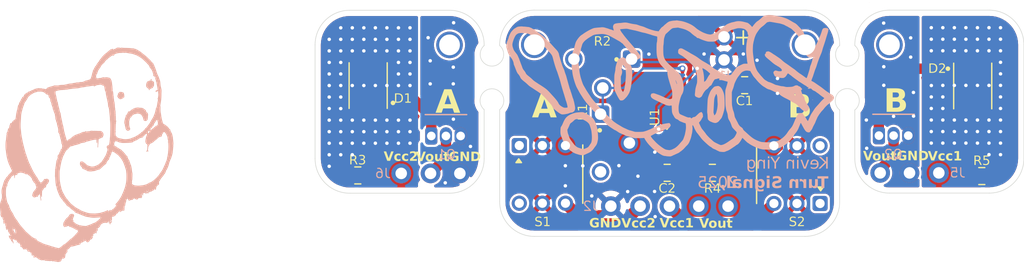
<source format=kicad_pcb>
(kicad_pcb (version 20241229) (generator "pcbnew") (generator_version "9.0")
  (layers (0 "F.Cu" signal) (2 "B.Cu" signal) (13 "F.Paste" user) (15 "B.Paste" user) (5 "F.SilkS" user "F.Silkscreen") (7 "B.SilkS" user "B.Silkscreen") (1 "F.Mask" user) (3 "B.Mask" user) (25 "Edge.Cuts" user))
  (net 0 "")
  (net 1 "Net-(U1-CV)")
  (net 2 "GND")
  (net 3 "/VT")
  (net 4 "Vin")
  (net 5 "Net-(D1-A)")
  (net 6 "+9V")
  (net 7 "Net-(U1-DIS)")
  (net 8 "/Vout")
  (net 9 "Net-(D1-K)")
  (net 10 "Net-(U1-Q)")
  (net 13 "/Vcc2")
  (net 14 "/Vcc1")
  (net 19 "Net-(D2-K)")
  (net 20 "Net-(D2-A)")
  (footprint "PV37W:TRIM_PV37W103C01B00" (layer "F.Cu") (at 126.31 104.439999 -90)
    (property "Reference" "R1" (at -2.669999 2.73 90) (layer "F.SilkS") (effects (font (size 0.8 0.8) (thickness 0.1))))
    (property "Value" "50k")
    (pad "1" thru_hole roundrect (at -2.5 1.23 270) (size 1.508 1.508) (drill 1) (layers "*.Cu" "*.Mask") (roundrect_rratio 0.1657824934) (net 7 "Net-(U1-DIS)"))
    (pad "2" thru_hole circle (at 0 -1.27 270) (size 1.508 1.508) (drill 1) (layers "*.Cu" "*.Mask") (net 4 "Vin"))
    (pad "3" thru_hole circle (at 2.5 1.23 270) (size 1.508 1.508) (drill 1) (layers "*.Cu" "*.Mask"))
  )
  (footprint "" (layer "F.Cu") (at 119.34 95.93)
    (property "Reference" "" (at 0.3 0.4 0) (layer "F.SilkS") (effects (font (size 1.27 1.27))))
    (property "Value" "")
    (pad "" np_thru_hole circle (at 0 0 270) (size 2.3 2.3) (drill 1.8) (layers "*.Cu" "*.Mask"))
  )
  (footprint "Capacitor_SMD:C_0805_2012Metric_Pad1.18x1.45mm_HandSolder" (layer "F.Cu") (at 134.7675 107.024999)
    (property "Reference" "R4" (at 0.0125 1.395001 0) (layer "F.SilkS") (effects (font (size 0.8 0.8) (thickness 0.1))))
    (property "Value" "1k")
    (pad "1" smd roundrect (at -1.0375 0) (size 1.175 1.45) (layers "F.Cu" "F.Mask" "F.Paste") (roundrect_rratio 0.212766) (net 10 "Net-(U1-Q)"))
    (pad "2" smd roundrect (at 1.0375 0) (size 1.175 1.45) (layers "F.Cu" "F.Mask" "F.Paste") (roundrect_rratio 0.212766) (net 8 "/Vout"))
  )
  (footprint "TL2230EEF100:SW_TL2230EEF100" (layer "F.Cu") (at 120.04 107.16)
    (property "Reference" "S1" (at 0.02 4.15 0) (layer "F.SilkS") (effects (font (size 0.8 0.8) (thickness 0.1))))
    (property "Value" "TL2230EEF100")
    (pad "1" thru_hole roundrect (at -2 -2.5) (size 1.308 1.308) (drill 0.8) (layers "*.Cu" "*.Mask") (roundrect_rratio 0.1911314985))
    (pad "2" thru_hole circle (at 0 -2.5) (size 1.308 1.308) (drill 0.8) (layers "*.Cu" "*.Mask") (net 6 "+9V"))
    (pad "3" thru_hole circle (at 2 -2.5) (size 1.308 1.308) (drill 0.8) (layers "*.Cu" "*.Mask") (net 4 "Vin"))
    (pad "4" thru_hole circle (at -2 2.5) (size 1.308 1.308) (drill 0.8) (layers "*.Cu" "*.Mask"))
    (pad "5" thru_hole circle (at 0 2.5) (size 1.308 1.308) (drill 0.8) (layers "*.Cu" "*.Mask") (net 6 "+9V"))
    (pad "6" thru_hole circle (at 2 2.5) (size 1.308 1.308) (drill 0.8) (layers "*.Cu" "*.Mask") (net 13 "/Vcc2"))
  )
  (footprint "Capacitor_SMD:C_0805_2012Metric_Pad1.18x1.45mm_HandSolder" (layer "F.Cu") (at 137.5675 99.43)
    (property "Reference" "C1" (at -0.0175 1.4 0) (layer "F.SilkS") (effects (font (size 0.8 0.8) (thickness 0.1))))
    (property "Value" "0.01uF")
    (pad "1" smd roundrect (at -1.0375 0) (size 1.175 1.45) (layers "F.Cu" "F.Mask" "F.Paste") (roundrect_rratio 0.212766) (net 1 "Net-(U1-CV)"))
    (pad "2" smd roundrect (at 1.0375 0) (size 1.175 1.45) (layers "F.Cu" "F.Mask" "F.Paste") (roundrect_rratio 0.212766) (net 2 "GND"))
  )
  (footprint "" (layer "F.Cu") (at 142.8 95.93)
    (property "Reference" "" (hide yes))
    (property "Value" "" (hide yes))
    (pad "" np_thru_hole circle (at 0 0 270) (size 2.3 2.3) (drill 1.8) (layers "*.Cu" "*.Mask"))
  )
  (footprint "Capacitor_SMD:C_0805_2012Metric_Pad1.18x1.45mm_HandSolder" (layer "F.Cu") (at 104.047499 107.25 180)
    (property "Reference" "R3" (at 0.017499 1.29 0) (layer "F.SilkS") (effects (font (size 0.8 0.8) (thickness 0.1))))
    (property "Value" "120")
    (pad "1" smd roundrect (at -1.0375 0 180) (size 1.175 1.45) (layers "F.Cu" "F.Mask" "F.Paste") (roundrect_rratio 0.212766) (net 13 "/Vcc2"))
    (pad "2" smd roundrect (at 1.0375 0 180) (size 1.175 1.45) (layers "F.Cu" "F.Mask" "F.Paste") (roundrect_rratio 0.212766) (net 5 "Net-(D1-A)"))
  )
  (footprint "TL2230EEF100:SW_TL2230EEF100" (layer "F.Cu") (at 142.1 107.18 180)
    (property "Reference" "S2" (at 0 -4.13 0) (layer "F.SilkS") (effects (font (size 0.8 0.8) (thickness 0.1))))
    (property "Value" "TL2230EEF100")
    (pad "1" thru_hole roundrect (at -2 -2.5 180) (size 1.308 1.308) (drill 0.8) (layers "*.Cu" "*.Mask") (roundrect_rratio 0.1911314985))
    (pad "2" thru_hole circle (at 0 -2.5 180) (size 1.308 1.308) (drill 0.8) (layers "*.Cu" "*.Mask") (net 6 "+9V"))
    (pad "3" thru_hole circle (at 2 -2.5 180) (size 1.308 1.308) (drill 0.8) (layers "*.Cu" "*.Mask") (net 14 "/Vcc1"))
    (pad "4" thru_hole circle (at -2 2.5 180) (size 1.308 1.308) (drill 0.8) (layers "*.Cu" "*.Mask"))
    (pad "5" thru_hole circle (at 0 2.5 180) (size 1.308 1.308) (drill 0.8) (layers "*.Cu" "*.Mask") (net 6 "+9V"))
    (pad "6" thru_hole circle (at 2 2.5 180) (size 1.308 1.308) (drill 0.8) (layers "*.Cu" "*.Mask") (net 4 "Vin"))
  )
  (footprint "PV37W:TRIM_PV37W103C01B00" (layer "F.Cu") (at 125.27 98.4 180)
    (property "Reference" "R2" (at 0.03 2.73 0) (layer "F.SilkS") (effects (font (size 0.8 0.8) (thickness 0.1))))
    (property "Value" "50k")
    (pad "1" thru_hole roundrect (at -2.5 1.23 180) (size 1.508 1.508) (drill 1) (layers "*.Cu" "*.Mask") (roundrect_rratio 0.1657824934) (net 3 "/VT"))
    (pad "2" thru_hole circle (at 0 -1.27 180) (size 1.508 1.508) (drill 1) (layers "*.Cu" "*.Mask") (net 7 "Net-(U1-DIS)"))
    (pad "3" thru_hole circle (at 2.5 1.23 180) (size 1.508 1.508) (drill 1) (layers "*.Cu" "*.Mask"))
  )
  (footprint "" (layer "F.Cu") (at 150.11 95.93)
    (property "Reference" "" (at 0 0 0) (layer "F.SilkS") (effects (font (size 1.27 1.27))))
    (property "Value" "")
    (pad "" np_thru_hole circle (at 0 0 270) (size 2.3 2.3) (drill 1.8) (layers "*.Cu" "*.Mask"))
  )
  (footprint "LOGO" (layer "F.Cu") (at 80.842851 107.545966)
    (property "Reference" "G***" (hide yes))
    (property "Value" "LOGO" (hide yes))
  )
  (footprint "Capacitor_SMD:C_0805_2012Metric_Pad1.18x1.45mm_HandSolder" (layer "F.Cu") (at 158.1125 107.305)
    (property "Reference" "R5" (at -0.0025 -1.295 0) (layer "F.SilkS") (effects (font (size 0.8 0.8) (thickness 0.1))))
    (property "Value" "120")
    (pad "1" smd roundrect (at -1.0375 0) (size 1.175 1.45) (layers "F.Cu" "F.Mask" "F.Paste") (roundrect_rratio 0.212766) (net 14 "/Vcc1"))
    (pad "2" smd roundrect (at 1.0375 0) (size 1.175 1.45) (layers "F.Cu" "F.Mask" "F.Paste") (roundrect_rratio 0.212766) (net 20 "Net-(D2-A)"))
  )
  (footprint "custom_footprints:4-PLCC LED" (layer "F.Cu") (at 104.995 99.465 90)
    (property "Reference" "D1" (at -1.155 2.955 0) (layer "F.SilkS") (effects (font (size 0.8 0.8) (thickness 0.1))))
    (property "Value" "LED")
    (pad "1" smd rect (at -1.5 0.85 90) (size 1.7 1.1) (layers "F.Cu" "F.Mask" "F.Paste") (net 9 "Net-(D1-K)"))
    (pad "2" smd rect (at -1.5 -0.95 90) (size 1.7 1.1) (layers "F.Cu" "F.Mask" "F.Paste") (net 5 "Net-(D1-A)"))
    (pad "2" smd rect (at 1.5 -0.95 90) (size 1.7 1.1) (layers "F.Cu" "F.Mask" "F.Paste") (net 5 "Net-(D1-A)"))
    (pad "2" smd rect (at 1.5 0.85 90) (size 1.7 1.1) (layers "F.Cu" "F.Mask" "F.Paste") (net 5 "Net-(D1-A)"))
  )
  (footprint "Connector_PinHeader_2.54mm:PinHeader_1x03_P2.54mm_Vertical" (layer "F.Cu") (at 154.39 107.03 -90)
    (property "Reference" "J5" (at -0.01 -1.63 0) (layer "B.SilkS") (effects (font (size 0.8 0.8) (thickness 0.1)) (justify mirror)))
    (property "Value" "Conn_01x03_Pin")
    (pad "1" thru_hole circle (at 0 0 270) (size 1.7 1.7) (drill 1) (layers "*.Cu" "*.Mask") (net 14 "/Vcc1"))
    (pad "2" thru_hole oval (at 0 2.54 270) (size 1.7 1.7) (drill 1) (layers "*.Cu" "*.Mask") (net 2 "GND"))
    (pad "3" thru_hole oval (at 0 5.08 270) (size 1.7 1.7) (drill 1) (layers "*.Cu" "*.Mask") (net 8 "/Vout"))
  )
  (footprint "" (layer "F.Cu") (at 111.995 95.94)
    (property "Reference" "" (at 0 0 0) (layer "F.SilkS") (effects (font (size 1.27 1.27))))
    (property "Value" "")
    (pad "" np_thru_hole circle (at 0 0 270) (size 2.3 2.3) (drill 1.8) (layers "*.Cu" "*.Mask"))
  )
  (footprint "Panelization.pretty-master:mouse-bite-2mm-slot" (layer "F.Cu") (at 146.46 98.77 -90)
    (property "Reference" "mouse-bite-2mm-slot" (hide yes))
    (property "Value" "VAL**" (hide yes))
    (pad "" np_thru_hole circle (at -0.75 -0.75 270) (size 0.5 0.5) (drill 0.5) (layers "*.Cu" "*.Mask"))
    (pad "" np_thru_hole circle (at -0.75 0.75 270) (size 0.5 0.5) (drill 0.5) (layers "*.Cu" "*.Mask"))
    (pad "" np_thru_hole circle (at 0 -0.75 270) (size 0.5 0.5) (drill 0.5) (layers "*.Cu" "*.Mask"))
    (pad "" np_thru_hole circle (at 0 0.75 270) (size 0.5 0.5) (drill 0.5) (layers "*.Cu" "*.Mask"))
    (pad "" np_thru_hole circle (at 0.75 -0.75 270) (size 0.5 0.5) (drill 0.5) (layers "*.Cu" "*.Mask"))
    (pad "" np_thru_hole circle (at 0.75 0.75 270) (size 0.5 0.5) (drill 0.5) (layers "*.Cu" "*.Mask"))
  )
  (footprint "Capacitor_SMD:C_0805_2012Metric_Pad1.18x1.45mm_HandSolder" (layer "F.Cu") (at 130.8525 107.024999 180)
    (property "Reference" "C2" (at 0.0025 -1.385001 0) (layer "F.SilkS") (effects (font (size 0.8 0.8) (thickness 0.1))))
    (property "Value" "47uF")
    (pad "1" smd roundrect (at -1.0375 0 180) (size 1.175 1.45) (layers "F.Cu" "F.Mask" "F.Paste") (roundrect_rratio 0.212766) (net 3 "/VT"))
    (pad "2" smd roundrect (at 1.0375 0 180) (size 1.175 1.45) (layers "F.Cu" "F.Mask" "F.Paste") (roundrect_rratio 0.212766) (net 2 "GND"))
  )
  (footprint "Connector_PinHeader_2.54mm:PinHeader_1x05_P2.54mm_Vertical" (layer "F.Cu") (at 136.13 109.91 -90)
    (property "Reference" "J2" (at 0 11.89 0) (layer "B.SilkS") (effects (font (size 0.8 0.8) (thickness 0.1)) (justify mirror)))
    (property "Value" "Conn_01x05_Pin")
    (pad "1" thru_hole circle (at 0 0 270) (size 1.7 1.7) (drill 1) (layers "*.Cu" "*.Mask") (net 8 "/Vout"))
    (pad "2" thru_hole circle (at 0 2.54 270) (size 1.7 1.7) (drill 1) (layers "*.Cu" "*.Mask") (net 8 "/Vout"))
    (pad "3" thru_hole circle (at 0 5.08 270) (size 1.7 1.7) (drill 1) (layers "*.Cu" "*.Mask") (net 14 "/Vcc1"))
    (pad "4" thru_hole circle (at 0 7.62 270) (size 1.7 1.7) (drill 1) (layers "*.Cu" "*.Mask") (net 13 "/Vcc2"))
    (pad "5" thru_hole circle (at 0 10.16 270) (size 1.7 1.7) (drill 1) (layers "*.Cu" "*.Mask") (net 2 "GND"))
  )
  (footprint "Package_SO:SOIC-8_3.9x4.9mm_P1.27mm" (layer "F.Cu") (at 132.82 102.174999 90)
    (property "Reference" "U1" (at -0.015001 -3 90) (layer "F.SilkS") (effects (font (size 0.8 0.8) (thickness 0.1))))
    (property "Value" "LM555xM")
    (pad "1" smd roundrect (at -2.475 -1.905 90) (size 1.95 0.6) (layers "F.Cu" "F.Mask" "F.Paste") (net 2 "GND"))
    (pad "2" smd roundrect (at -2.475 -0.635 90) (size 1.95 0.6) (layers "F.Cu" "F.Mask" "F.Paste") (net 3 "/VT"))
    (pad "3" smd roundrect (at -2.475 0.635 90) (size 1.95 0.6) (layers "F.Cu" "F.Mask" "F.Paste") (net 10 "Net-(U1-Q)"))
    (pad "4" smd roundrect (at -2.475 1.905 90) (size 1.95 0.6) (layers "F.Cu" "F.Mask" "F.Paste") (net 4 "Vin"))
    (pad "5" smd roundrect (at 2.475 1.905 90) (size 1.95 0.6) (layers "F.Cu" "F.Mask" "F.Paste") (net 1 "Net-(U1-CV)"))
    (pad "6" smd roundrect (at 2.475 0.635 90) (size 1.95 0.6) (layers "F.Cu" "F.Mask" "F.Paste") (net 3 "/VT"))
    (pad "7" smd roundrect (at 2.475 -0.635 90) (size 1.95 0.6) (layers "F.Cu" "F.Mask" "F.Paste") (net 7 "Net-(U1-DIS)"))
    (pad "8" smd roundrect (at 2.475 -1.905 90) (size 1.95 0.6) (layers "F.Cu" "F.Mask" "F.Paste") (net 4 "Vin"))
  )
  (footprint "custom_footprints:4-PLCC LED" (layer "F.Cu") (at 157.274999 99.5 -90)
    (property "Reference" "D2" (at -1.47 3.024999 0) (layer "F.SilkS") (effects (font (size 0.8 0.8) (thickness 0.1))))
    (property "Value" "LED")
    (pad "1" smd rect (at -1.5 0.85 270) (size 1.7 1.1) (layers "F.Cu" "F.Mask" "F.Paste") (net 19 "Net-(D2-K)"))
    (pad "2" smd rect (at -1.5 -0.95 270) (size 1.7 1.1) (layers "F.Cu" "F.Mask" "F.Paste") (net 20 "Net-(D2-A)"))
    (pad "2" smd rect (at 1.5 -0.95 270) (size 1.7 1.1) (layers "F.Cu" "F.Mask" "F.Paste") (net 20 "Net-(D2-A)"))
    (pad "2" smd rect (at 1.5 0.85 270) (size 1.7 1.1) (layers "F.Cu" "F.Mask" "F.Paste") (net 20 "Net-(D2-A)"))
  )
  (footprint "Connector_PinHeader_2.54mm:PinHeader_1x03_P2.54mm_Vertical" (layer "F.Cu") (at 107.809999 107.075 90)
    (property "Reference" "J6" (at 0.005 -1.579999 0) (layer "B.SilkS") (effects (font (size 0.8 0.8) (thickness 0.1)) (justify mirror)))
    (property "Value" "Conn_01x03_Pin")
    (pad "1" thru_hole circle (at 0 0 90) (size 1.7 1.7) (drill 1) (layers "*.Cu" "*.Mask") (net 13 "/Vcc2"))
    (pad "2" thru_hole oval (at 0 2.54 90) (size 1.7 1.7) (drill 1) (layers "*.Cu" "*.Mask") (net 8 "/Vout"))
    (pad "3" thru_hole oval (at 0 5.08 90) (size 1.7 1.7) (drill 1) (layers "*.Cu" "*.Mask") (net 2 "GND"))
  )
  (footprint "Panelization.pretty-master:mouse-bite-2mm-slot" (layer "F.Cu") (at 115.67 98.77 -90)
    (property "Reference" "mouse-bite-2mm-slot" (hide yes))
    (property "Value" "VAL**" (hide yes))
    (pad "" np_thru_hole circle (at -0.75 -0.75 270) (size 0.5 0.5) (drill 0.5) (layers "*.Cu" "*.Mask"))
    (pad "" np_thru_hole circle (at -0.75 0.75 270) (size 0.5 0.5) (drill 0.5) (layers "*.Cu" "*.Mask"))
    (pad "" np_thru_hole circle (at 0 -0.75 270) (size 0.5 0.5) (drill 0.5) (layers "*.Cu" "*.Mask"))
    (pad "" np_thru_hole circle (at 0 0.75 270) (size 0.5 0.5) (drill 0.5) (layers "*.Cu" "*.Mask"))
    (pad "" np_thru_hole circle (at 0.75 -0.75 270) (size 0.5 0.5) (drill 0.5) (layers "*.Cu" "*.Mask"))
    (pad "" np_thru_hole circle (at 0.75 0.75 270) (size 0.5 0.5) (drill 0.5) (layers "*.Cu" "*.Mask"))
  )
  (footprint "Package_TO_SOT_THT:TO-92_Inline" (layer "B.Cu") (at 110.415 103.83)
    (property "Reference" "Q1" (at 1.32 1.61 0) (layer "B.SilkS") (effects (font (size 0.8 0.8) (thickness 0.1)) (justify mirror)))
    (property "Value" "FMMT491A")
    (pad "1" thru_hole roundrect (at 0 0) (size 1.05 1.5) (drill 0.75) (layers "*.Cu" "*.Mask") (roundrect_rratio 0.2380952381) (net 9 "Net-(D1-K)"))
    (pad "2" thru_hole oval (at 1.27 0) (size 1.05 1.5) (drill 0.75) (layers "*.Cu" "*.Mask") (net 8 "/Vout"))
    (pad "3" thru_hole oval (at 2.54 0) (size 1.05 1.5) (drill 0.75) (layers "*.Cu" "*.Mask") (net 2 "GND"))
  )
  (footprint "LOGO" (layer "B.Cu") (at 133.156665 101.583967 180)
    (property "Reference" "G***" (hide yes))
    (property "Value" "LOGO" (hide yes))
  )
  (footprint "Package_TO_SOT_THT:TO-92_Inline" (layer "B.Cu") (at 149.2 103.8)
    (property "Reference" "Q2" (at 1.245 1.625 0) (layer "B.SilkS") (effects (font (size 0.8 0.8) (thickness 0.1)) (justify mirror)))
    (property "Value" "FMMT491A")
    (pad "1" thru_hole roundrect (at 0 0) (size 1.05 1.5) (drill 0.75) (layers "*.Cu" "*.Mask") (roundrect_rratio 0.2380952381) (net 19 "Net-(D2-K)"))
    (pad "2" thru_hole oval (at 1.27 0) (size 1.05 1.5) (drill 0.75) (layers "*.Cu" "*.Mask") (net 8 "/Vout"))
    (pad "3" thru_hole oval (at 2.54 0) (size 1.05 1.5) (drill 0.75) (layers "*.Cu" "*.Mask") (net 2 "GND"))
  )
  (footprint "custom_footprints:PinHeader_1x2_P2mm_Drill1mm" (layer "B.Cu") (at 135.78 97.24 90)
    (property "Reference" "J1" (at -1.42 0 0) (layer "B.SilkS") (effects (font (size 0.8 0.8) (thickness 0.1)) (justify mirror)))
    (property "Value" "B2B-PH-K-S_LF__SN_" (hide yes))
    (pad "1" thru_hole circle (at 0 0 90) (size 1.5 1.5) (drill 1) (layers "*.Cu" "*.Mask") (net 2 "GND"))
    (pad "2" thru_hole circle (at 2 0 90) (size 1.5 1.5) (drill 1) (layers "*.Cu" "*.Mask") (net 6 "+9V"))
  )
  (gr_arc (start 158.76 92.93) (mid 160.88132 93.80868) (end 161.76 95.93) (stroke (width 0.05)) (layer "Edge.Cuts"))
  (gr_arc (start 150.11 108.78) (mid 147.98868 107.90132) (end 147.11 105.78) (stroke (width 0.05)) (layer "Edge.Cuts"))
  (gr_line (start 142.8 112.53) (end 119.34 112.53) (stroke (width 0.05)) (layer "Edge.Cuts"))
  (gr_line (start 114.995 96) (end 114.995 95.94) (stroke (width 0.05)) (layer "Edge.Cuts"))
  (gr_line (start 145.8 109.53) (end 145.8 101.58) (stroke (width 0.05)) (layer "Edge.Cuts"))
  (gr_arc (start 147.11 95.995) (mid 146.454999 97.784717) (end 145.800001 95.994998) (stroke (width 0.05)) (layer "Edge.Cuts"))
  (gr_arc (start 100.345 95.94) (mid 101.22368 93.81868) (end 103.345 92.94) (stroke (width 0.05)) (layer "Edge.Cuts"))
  (gr_arc (start 145.8 109.53) (mid 144.92132 111.65132) (end 142.8 112.53) (stroke (width 0.05)) (layer "Edge.Cuts"))
  (gr_line (start 100.345 105.79) (end 100.345 95.94) (stroke (width 0.05)) (layer "Edge.Cuts"))
  (gr_line (start 161.76 105.78) (end 161.76 95.93) (stroke (width 0.05)) (layer "Edge.Cuts"))
  (gr_arc (start 111.995 92.94) (mid 114.11632 93.81868) (end 114.995 95.94) (stroke (width 0.05)) (layer "Edge.Cuts"))
  (gr_line (start 145.8 95.93) (end 145.8 95.995) (stroke (width 0.05)) (layer "Edge.Cuts"))
  (gr_arc (start 114.995 101.545) (mid 115.673525 99.742266) (end 116.339667 101.549612) (stroke (width 0.05)) (layer "Edge.Cuts"))
  (gr_line (start 114.995 101.545) (end 114.995 105.79) (stroke (width 0.05)) (layer "Edge.Cuts"))
  (gr_arc (start 142.8 92.93) (mid 144.92132 93.80868) (end 145.8 95.93) (stroke (width 0.05)) (layer "Edge.Cuts"))
  (gr_arc (start 119.34 112.53) (mid 117.21868 111.65132) (end 116.34 109.53) (stroke (width 0.05)) (layer "Edge.Cuts"))
  (gr_line (start 158.76 92.93) (end 150.11 92.93) (stroke (width 0.05)) (layer "Edge.Cuts"))
  (gr_arc (start 114.995 105.79) (mid 114.11632 107.91132) (end 111.995 108.79) (stroke (width 0.05)) (layer "Edge.Cuts"))
  (gr_line (start 111.995 108.79) (end 103.345 108.79) (stroke (width 0.05)) (layer "Edge.Cuts"))
  (gr_line (start 119.34 92.93) (end 142.8 92.93) (stroke (width 0.05)) (layer "Edge.Cuts"))
  (gr_arc (start 145.8 101.58) (mid 146.455 99.728307) (end 147.11 101.58) (stroke (width 0.05)) (layer "Edge.Cuts"))
  (gr_line (start 116.34 109.53) (end 116.34 101.55) (stroke (width 0.05)) (layer "Edge.Cuts"))
  (gr_line (start 147.11 95.93) (end 147.11 95.995) (stroke (width 0.05)) (layer "Edge.Cuts"))
  (gr_arc (start 103.345 108.79) (mid 101.22368 107.91132) (end 100.345 105.79) (stroke (width 0.05)) (layer "Edge.Cuts"))
  (gr_arc (start 116.339709 95.995333) (mid 115.673528 97.776471) (end 114.995 96) (stroke (width 0.05)) (layer "Edge.Cuts"))
  (gr_line (start 103.345 92.94) (end 111.995 92.94) (stroke (width 0.05)) (layer "Edge.Cuts"))
  (gr_arc (start 116.34 95.93) (mid 117.21868 93.80868) (end 119.34 92.93) (stroke (width 0.05)) (layer "Edge.Cuts"))
  (gr_arc (start 161.76 105.78) (mid 160.88132 107.90132) (end 158.76 108.78) (stroke (width 0.05)) (layer "Edge.Cuts"))
  (gr_line (start 116.34 95.995) (end 116.34 95.93) (stroke (width 0.05)) (layer "Edge.Cuts"))
  (gr_arc (start 147.11 95.93) (mid 147.98868 93.80868) (end 150.11 92.93) (stroke (width 0.05)) (layer "Edge.Cuts"))
  (gr_line (start 150.11 108.78) (end 158.76 108.78) (stroke (width 0.05)) (layer "Edge.Cuts"))
  (gr_line (start 147.11 101.58) (end 147.11 105.78) (stroke (width 0.05)) (layer "Edge.Cuts"))
  (gr_text "+" (at 136.42 96.07 0) (layer "F.SilkS") (effects (font (size 1.5 1.5)) (justify left bottom)))
  (gr_text "A" (at 110.77 102.16 0) (layer "F.SilkS") (effects (font (size 2 2) (thickness 0.3) (bold yes)) (justify left bottom)))
  (gr_text "B\n" (at 149.61 102.08 0) (layer "F.SilkS") (effects (font (size 2 2) (thickness 0.3) (bold yes)) (justify left bottom)))
  (gr_text "Vout" (at 147.82 106.08 0) (layer "F.SilkS") (effects (font (size 0.8 0.8) (thickness 0.12) (bold yes)) (justify left bottom)))
  (gr_text "Vcc2\n" (at 106.29 106.12 0) (layer "F.SilkS") (effects (font (size 0.8 0.8) (thickness 0.12) (bold yes)) (justify left bottom)))
  (gr_text "B" (at 141.28 102.56 0) (layer "F.SilkS") (effects (font (size 2 2) (thickness 0.3) (bold yes)) (justify left bottom)))
  (gr_text "Vout" (at 109.08 106.14 0) (layer "F.SilkS") (effects (font (size 0.8 0.8) (thickness 0.12) (bold yes)) (justify left bottom)))
  (gr_text "A" (at 119.13 102.56 0) (layer "F.SilkS") (effects (font (size 2 2) (thickness 0.3) (bold yes)) (justify left bottom)))
  (gr_text "GND\n" (at 124.09 111.89 0) (layer "F.SilkS") (effects (font (size 0.8 0.8) (thickness 0.12) (bold yes)) (justify left bottom)))
  (gr_text "Vout" (at 133.62 111.92 0) (layer "F.SilkS") (effects (font (size 0.8 0.8) (thickness 0.12) (bold yes)) (justify left bottom)))
  (gr_text "GND\n" (at 150.73 106.07 0) (layer "F.SilkS") (effects (font (size 0.8 0.8) (thickness 0.12) (bold yes)) (justify left bottom)))
  (gr_text "GND\n" (at 111.93 106.14 0) (layer "F.SilkS") (effects (font (size 0.8 0.8) (thickness 0.12) (bold yes)) (justify left bottom)))
  (gr_text "Vcc2\n" (at 126.88 111.9 0) (layer "F.SilkS") (effects (font (size 0.8 0.8) (thickness 0.12) (bold yes)) (justify left bottom)))
  (gr_text "Vcc1\n" (at 130.19 111.89 0) (layer "F.SilkS") (effects (font (size 0.8 0.8) (thickness 0.12) (bold yes)) (justify left bottom)))
  (gr_text "Vcc1\n" (at 153.43 106.09 0) (layer "F.SilkS") (effects (font (size 0.8 0.8) (thickness 0.12) (bold yes)) (justify left bottom)))
  (gr_text "2025" (at 137.01 108.5 0) (layer "B.SilkS") (effects (font (size 1 1) (thickness 0.1)) (justify left bottom mirror)))
  (gr_text "Kevin Ying\n\n" (at 144.9 108.51 0) (layer "B.SilkS") (effects (font (size 1 1)) (justify left bottom mirror)))
  (gr_text "Turn Signal," (at 144.82 108.51 0) (layer "B.SilkS") (effects (font (size 1 1) (thickness 0.25) (bold yes)) (justify left bottom mirror)))
  (segment (start 134.725 99.699999) (end 135.084999 99.34) (width 0.6) (layer "F.Cu") (net 1))
  (segment (start 136.73 99.299999) (end 136.179999 99.85) (width 0.6) (layer "F.Cu") (net 1))
  (segment (start 135.084999 99.34) (end 135.43 99.34) (width 0.6) (layer "F.Cu") (net 1))
  (segment (start 134.725 98.999999) (end 134.725 99.699999) (width 0.6) (layer "F.Cu") (net 1))
  (segment (start 136.455 98.999999) (end 134.725 98.999999) (width 0.6) (layer "F.Cu") (net 1))
  (segment (start 134.855001 99.85) (end 134.83 99.824999) (width 0.6) (layer "F.Cu") (net 1))
  (segment (start 134.83 99.824999) (end 134.83 100.374999) (width 0.6) (layer "F.Cu") (net 1))
  (segment (start 135.619999 99.609999) (end 135.93 99.299999) (width 0.6) (layer "F.Cu") (net 1))
  (segment (start 136.179999 99.85) (end 134.855001 99.85) (width 0.6) (layer "F.Cu") (net 1))
  (segment (start 134.855 100.374999) (end 135.619999 99.609999) (width 0.6) (layer "F.Cu") (net 1))
  (segment (start 135.93 99.299999) (end 136.73 99.299999) (width 0.6) (layer "F.Cu") (net 1))
  (segment (start 135.78 97.24) (end 135.12 96.58) (width 0.5) (layer "F.Cu") (net 2))
  (segment (start 135.78 97.24) (end 136.43 96.59) (width 0.5) (layer "F.Cu") (net 2))
  (segment (start 124.299 110.509) (end 124.24 110.45) (width 0.5) (layer "F.Cu") (net 2))
  (segment (start 135.12 96.58) (end 134.2 96.58) (width 0.5) (layer "F.Cu") (net 2))
  (segment (start 136.43 96.59) (end 137.31 96.59) (width 0.5) (layer "F.Cu") (net 2))
  (segment (start 125.97 109.91) (end 125.371 110.509) (width 0.5) (layer "F.Cu") (net 2))
  (segment (start 137.31 96.59) (end 137.45 96.73) (width 0.5) (layer "F.Cu") (net 2))
  (segment (start 134.2 96.58) (end 134.05 96.73) (width 0.5) (layer "F.Cu") (net 2))
  (segment (start 125.371 110.509) (end 124.299 110.509) (width 0.5) (layer "F.Cu") (net 2))
  (via (at 124.32 109.026859) (size 0.6) (drill 0.3) (layers "F.Cu" "B.Cu") (net 2))
  (via (at 149.62 97.83) (size 0.6) (drill 0.3) (layers "F.Cu" "B.Cu") (net 2))
  (via (at 122.03 108.15) (size 0.6) (drill 0.3) (layers "F.Cu" "B.Cu") (net 2))
  (via (at 138.64 97.27) (size 0.6) (drill 0.3) (layers "F.Cu" "B.Cu") (net 2))
  (via (at 151.95 97) (size 0.6) (drill 0.3) (layers "F.Cu" "B.Cu") (net 2))
  (via (at 137.45 96.73) (size 0.6) (drill 0.3) (layers "F.Cu" "B.Cu") (net 2))
  (via (at 112.32 99.316859) (size 0.6) (drill 0.3) (layers "F.Cu" "B.Cu") (net 2))
  (via (at 140.41 100.14) (size 0.6) (drill 0.3) (layers "F.Cu" "B.Cu") (net 2))
  (via (at 152.2 102.11) (size 0.6) (drill 0.3) (layers "F.Cu" "B.Cu") (net 2))
  (via (at 149.62 99.44) (size 0.6) (drill 0.3) (layers "F.Cu" "B.Cu") (net 2))
  (via (at 127.43 108.65) (size 0.6) (drill 0.3) (layers "F.Cu" "B.Cu") (net 2))
  (via (at 112.32 97.87) (size 0.6) (drill 0.3) (layers "F.Cu" "B.Cu") (net 2))
  (via (at 112.348332 94.02) (size 0.6) (drill 0.3) (layers "F.Cu" "B.Cu") (net 2))
  (via (at 122.03 106.41) (size 0.6) (drill 0.3) (layers "F.Cu" "B.Cu") (net 2))
  (via (at 148.11 102.45) (size 0.6) (drill 0.3) (layers "F.Cu" "B.Cu") (net 2))
  (via (at 149.61 94.05) (size 0.6) (drill 0.3) (layers "F.Cu" "B.Cu") (net 2))
  (via (at 111.625 107.89) (size 0.6) (drill 0.3) (layers "F.Cu" "B.Cu") (net 2))
  (via (at 129.27 96.74) (size 0.6) (drill 0.3) (layers "F.Cu" "B.Cu") (net 2))
  (via (at 113.81 104.74) (size 0.6) (drill 0.3) (layers "F.Cu" "B.Cu") (net 2))
  (via (at 123.54 106.42) (size 0.6) (drill 0.3) (layers "F.Cu" "B.Cu") (net 2))
  (via (at 134.05 96.73) (size 0.6) (drill 0.3) (layers "F.Cu" "B.Cu") (net 2))
  (via (at 126.67 106.4) (size 0.5) (drill 0.3) (layers "F.Cu" "B.Cu") (net 2))
  (via (at 151.95 95.33) (size 0.6) (drill 0.3) (layers "F.Cu" "B.Cu") (net 2))
  (via (at 152.19 100.06) (size 0.6) (drill 0.3) (layers "F.Cu" "B.Cu") (net 2))
  (via (at 110.14 95.316859) (size 0.6) (drill 0.3) (layers "F.Cu" "B.Cu") (net 2))
  (via (at 140.41 98.85) (size 0.6) (drill 0.3) (layers "F.Cu" "B.Cu") (net 2))
  (via (at 112.33 102.376859) (size 0.6) (drill 0.3) (layers "F.Cu" "B.Cu") (net 2))
  (via (at 129.76 108.64) (size 0.6) (drill 0.3) (layers "F.Cu" "B.Cu") (net 2))
  (via (at 128.32 107.316859) (size 0.6) (drill 0.3) (layers "F.Cu" "B.Cu") (net 2))
  (via (at 110.32 97.316859) (size 0.6) (drill 0.3) (layers "F.Cu" "B.Cu") (net 2))
  (via (at 129.81 110.82) (size 0.6) (drill 0.3) (layers "F.Cu" "B.Cu") (net 2))
  (via (at 148.14 104.896859) (size 0.6) (drill 0.3) (layers "F.Cu" "B.Cu") (net 2))
  (via (at 110.32 99.316859) (size 0.6) (drill 0.3) (layers "F.Cu" "B.Cu") (net 2))
  (via (at 150.47 102.13) (size 0.6) (drill 0.3) (layers "F.Cu" "B.Cu") (net 2))
  (via (at 129.78 105.23) (size 0.5) (drill 0.3) (layers "F.Cu" "B.Cu") (net 2))
  (segment (start 131.7 103.23) (end 131.87 103.4) (width 0.2) (layer "F.Cu") (net 3))
  (segment (start 132.185 105.969999) (end 131.605 106.549999) (width 0.6) (layer "F.Cu") (net 3))
  (segment (start 131.87 103.4) (end 131.99 103.52) (width 0.2) (layer "F.Cu") (net 3))
  (segment (start 132.185 104.649999) (end 132.185 105.969999) (width 0.6) (layer "F.Cu") (net 3))
  (segment (start 133.455 97.974999) (end 133.455 99.699999) (width 0.2) (layer "F.Cu") (net 3))
  (segment (start 132.185 103.715) (end 132.185 104.649999) (width 0.2) (layer "F.Cu") (net 3))
  (segment (start 131.87 103.4) (end 132.185 103.715) (width 0.2) (layer "F.Cu") (net 3))
  (segment (start 131.99 103.52) (end 131.99 104.04) (width 0.2) (layer "F.Cu") (net 3))
  (segment (start 132.185 104.649999) (end 132.185 106.729999) (width 0.6) (layer "F.Cu") (net 3))
  (segment (start 130.11 103.23) (end 131.7 103.23) (width 0.2) (layer "F.Cu") (net 3))
  (segment (start 132.185 106.729999) (end 131.89 107.024999) (width 0.6) (layer "F.Cu") (net 3))
  (via (at 133.455 97.974999) (size 0.5) (drill 0.3) (layers "F.Cu" "B.Cu") (net 3))
  (via (at 130.11 103.23) (size 0.5) (drill 0.3) (layers "F.Cu" "B.Cu") (net 3))
  (segment (start 132.910001 97.43) (end 132.414233 97.43) (width 0.2) (layer "B.Cu") (net 3))
  (segment (start 132.414233 97.43) (end 132.408232 97.423999) (width 0.2) (layer "B.Cu") (net 3))
  (segment (start 130.11 103.23) (end 130.11 101.319999) (width 0.2) (layer "B.Cu") (net 3))
  (segment (start 128.03 97.43) (end 127.77 97.17) (width 0.2) (layer "B.Cu") (net 3))
  (segment (start 129.1 97.43) (end 128.03 97.43) (width 0.2) (layer "B.Cu") (net 3))
  (segment (start 129.1 97.43) (end 128.71 97.43) (width 0.2) (layer "B.Cu") (net 3))
  (segment (start 131.945767 97.43) (end 129.1 97.43) (width 0.2) (layer "B.Cu") (net 3))
  (segment (start 133.455 97.974999) (end 132.910001 97.43) (width 0.2) (layer "B.Cu") (net 3))
  (segment (start 130.11 101.319999) (end 133.455 97.974999) (width 0.2) (layer "B.Cu") (net 3))
  (segment (start 132.408232 97.423999) (end 131.951768 97.423999) (width 0.2) (layer "B.Cu") (net 3))
  (segment (start 131.951768 97.423999) (end 131.945767 97.43) (width 0.2) (layer "B.Cu") (net 3))
  (segment (start 127.58 104.439999) (end 127.080001 104.439999) (width 0.5) (layer "F.Cu") (net 4))
  (via (at 101.57 102.458987) (size 0.6) (drill 0.3) (layers "F.Cu" "B.Cu") (net 5))
  (via (at 102.57 95.458987) (size 0.6) (drill 0.3) (layers "F.Cu" "B.Cu") (net 5))
  (via (at 107.57 96.458987) (size 0.6) (drill 0.3) (layers "F.Cu" "B.Cu") (net 5))
  (via (at 104.57 104.458987) (size 0.6) (drill 0.3) (layers "F.Cu" "B.Cu") (net 5))
  (via (at 105.57 102.458987) (size 0.6) (drill 0.3) (layers "F.Cu" "B.Cu") (net 5))
  (via (at 101.57 98.458987) (size 0.6) (drill 0.3) (layers "F.Cu" "B.Cu") (net 5))
  (via (at 102.57 102.458987) (size 0.6) (drill 0.3) (layers "F.Cu" "B.Cu") (net 5))
  (via (at 106.57 102.458987) (size 0.6) (drill 0.3) (layers "F.Cu" "B.Cu") (net 5))
  (via (at 107.57 94.458987) (size 0.6) (drill 0.3) (layers "F.Cu" "B.Cu") (net 5))
  (via (at 103.57 103.458987) (size 0.6) (drill 0.3) (layers "F.Cu" "B.Cu") (net 5))
  (via (at 101.57 100.458987) (size 0.6) (drill 0.3) (layers "F.Cu" "B.Cu") (net 5))
  (via (at 105.57 103.458987) (size 0.6) (drill 0.3) (layers "F.Cu" "B.Cu") (net 5))
  (via (at 103.57 105.458987) (size 0.6) (drill 0.3) (layers "F.Cu" "B.Cu") (net 5))
  (via (at 104.57 99.458987) (size 0.6) (drill 0.3) (layers "F.Cu" "B.Cu") (net 5))
  (via (at 105.57 99.458987) (size 0.6) (drill 0.3) (layers "F.Cu" "B.Cu") (net 5))
  (via (at 104.57 96.458987) (size 0.6) (drill 0.3) (layers "F.Cu" "B.Cu") (net 5))
  (via (at 108.57 97.458987) (size 0.6) (drill 0.3) (layers "F.Cu" "B.Cu") (net 5))
  (via (at 106.57 94.458987) (size 0.6) (drill 0.3) (layers "F.Cu" "B.Cu") (net 5))
  (via (at 106.57 95.458987) (size 0.6) (drill 0.3) (layers "F.Cu" "B.Cu") (net 5))
  (via (at 102.57 98.458987) (size 0.6) (drill 0.3) (layers "F.Cu" "B.Cu") (net 5))
  (via (at 106.57 96.458987) (size 0.6) (drill 0.3) (layers "F.Cu" "B.Cu") (net 5))
  (via (at 102.57 96.458987) (size 0.6) (drill 0.3) (layers "F.Cu" "B.Cu") (net 5))
  (via (at 107.57 98.458987) (size 0.6) (drill 0.3) (layers "F.Cu" "B.Cu") (net 5))
  (via (at 103.57 96.458987) (size 0.6) (drill 0.3) (layers "F.Cu" "B.Cu") (net 5))
  (via (at 102.57 101.458987) (size 0.6) (drill 0.3) (layers "F.Cu" "B.Cu") (net 5))
  (via (at 101.57 96.458987) (size 0.6) (drill 0.3) (layers "F.Cu" "B.Cu") (net 5))
  (via (at 101.57 101.458987) (size 0.6) (drill 0.3) (layers "F.Cu" "B.Cu") (net 5))
  (via (at 106.57 103.458987) (size 0.6) (drill 0.3) (layers "F.Cu" "B.Cu") (net 5))
  (via (at 107.57 103.458987) (size 0.6) (drill 0.3) (layers "F.Cu" "B.Cu") (net 5))
  (via (at 107.57 97.458987) (size 0.6) (drill 0.3) (layers "F.Cu" "B.Cu") (net 5))
  (via (at 104.57 102.458987) (size 0.6) (drill 0.3) (layers "F.Cu" "B.Cu") (net 5))
  (via (at 106.57 104.458987) (size 0.6) (drill 0.3) (layers "F.Cu" "B.Cu") (net 5))
  (via (at 103.57 94.458987) (size 0.6) (drill 0.3) (layers "F.Cu" "B.Cu") (net 5))
  (via (at 107.57 104.458987) (size 0.6) (drill 0.3) (layers "F.Cu" "B.Cu") (net 5))
  (via (at 108.57 96.458987) (size 0.6) (drill 0.3) (layers "F.Cu" "B.Cu") (net 5))
  (via (at 101.57 105.458987) (size 0.6) (drill 0.3) (layers "F.Cu" "B.Cu") (net 5))
  (via (at 102.57 97.458987) (size 0.6) (drill 0.3) (layers "F.Cu" "B.Cu") (net 5))
  (via (at 108.57 102.458987) (size 0.6) (drill 0.3) (layers "F.Cu" "B.Cu") (net 5))
  (via (at 103.57 95.458987) (size 0.6) (drill 0.3) (layers "F.Cu" "B.Cu") (net 5))
  (via (at 103.57 104.458987) (size 0.6) (drill 0.3) (layers "F.Cu" "B.Cu") (net 5))
  (via (at 108.57 94.458987) (size 0.6) (drill 0.3) (layers "F.Cu" "B.Cu") (net 5))
  (via (at 105.57 104.458987) (size 0.6) (drill 0.3) (layers "F.Cu" "B.Cu") (net 5))
  (via (at 101.57 106.458987) (size 0.6) (drill 0.3) (layers "F.Cu" "B.Cu") (net 5))
  (via (at 102.57 99.458987) (size 0.6) (drill 0.3) (layers "F.Cu" "B.Cu") (net 5))
  (via (at 102.57 94.458987) (size 0.6) (drill 0.3) (layers "F.Cu" "B.Cu") (net 5))
  (via (at 105.57 95.458987) (size 0.6) (drill 0.3) (layers "F.Cu" "B.Cu") (net 5))
  (via (at 103.57 102.458987) (size 0.6) (drill 0.3) (layers "F.Cu" "B.Cu") (net 5))
  (via (at 105.57 96.458987) (size 0.6) (drill 0.3) (layers "F.Cu" "B.Cu") (net 5))
  (via (at 107.57 95.458987) (size 0.6) (drill 0.3) (layers "F.Cu" "B.Cu") (net 5))
  (via (at 108.57 104.458987) (size 0.6) (drill 0.3) (layers "F.Cu" "B.Cu") (net 5))
  (via (at 108.57 98.458987) (size 0.6) (drill 0.3) (layers "F.Cu" "B.Cu") (net 5))
  (via (at 101.57 95.458987) (size 0.6) (drill 0.3) (layers "F.Cu" "B.Cu") (net 5))
  (via (at 102.57 100.458987) (size 0.6) (drill 0.3) (layers "F.Cu" "B.Cu") (net 5))
  (via (at 107.57 99.458987) (size 0.6) (drill 0.3) (layers "F.Cu" "B.Cu") (net 5))
  (via (at 102.57 104.458987) (size 0.6) (drill 0.3) (layers "F.Cu" "B.Cu") (net 5))
  (via (at 108.57 103.458987) (size 0.6) (drill 0.3) (layers "F.Cu" "B.Cu") (net 5))
  (via (at 108.57 99.458987) (size 0.6) (drill 0.3) (layers "F.Cu" "B.Cu") (net 5))
  (via (at 101.57 97.458987) (size 0.6) (drill 0.3) (layers "F.Cu" "B.Cu") (net 5))
  (via (at 104.57 103.458987) (size 0.6) (drill 0.3) (layers "F.Cu" "B.Cu") (net 5))
  (via (at 106.57 99.458987) (size 0.6) (drill 0.3) (layers "F.Cu" "B.Cu") (net 5))
  (via (at 104.57 94.458987) (size 0.6) (drill 0.3) (layers "F.Cu" "B.Cu") (net 5))
  (via (at 101.57 103.458987) (size 0.6) (drill 0.3) (layers "F.Cu" "B.Cu") (net 5))
  (via (at 102.57 103.458987) (size 0.6) (drill 0.3) (layers "F.Cu" "B.Cu") (net 5))
  (via (at 101.57 99.458987) (size 0.6) (drill 0.3) (layers "F.Cu" "B.Cu") (net 5))
  (via (at 102.57 105.458987) (size 0.6) (drill 0.3) (layers "F.Cu" "B.Cu") (net 5))
  (via (at 108.57 95.458987) (size 0.6) (drill 0.3) (layers "F.Cu" "B.Cu") (net 5))
  (via (at 103.57 99.458987) (size 0.6) (drill 0.3) (layers "F.Cu" "B.Cu") (net 5))
  (via (at 104.57 95.458987) (size 0.6) (drill 0.3) (layers "F.Cu" "B.Cu") (net 5))
  (via (at 105.57 94.458987) (size 0.6) (drill 0.3) (layers "F.Cu" "B.Cu") (net 5))
  (via (at 107.57 102.458987) (size 0.6) (drill 0.3) (layers "F.Cu" "B.Cu") (net 5))
  (via (at 101.57 104.458987) (size 0.6) (drill 0.3) (layers "F.Cu" "B.Cu") (net 5))
  (segment (start 135.141 95.879) (end 134.58 95.879) (width 0.5) (layer "F.Cu") (net 6))
  (segment (start 136.509 95.889) (end 137.351 95.889) (width 0.5) (layer "F.Cu") (net 6))
  (segment (start 135.78 95.24) (end 135.141 95.879) (width 0.5) (layer "F.Cu") (net 6))
  (segment (start 133.569 93.681) (end 137.191 93.681) (width 0.5) (layer "F.Cu") (net 6))
  (segment (start 133.46 93.79) (end 133.569 93.681) (width 0.5) (layer "F.Cu") (net 6))
  (segment (start 137.351 95.889) (end 137.37 95.87) (width 0.5) (layer "F.Cu") (net 6))
  (segment (start 135.78 95.24) (end 135.86 95.24) (width 0.5) (layer "F.Cu") (net 6))
  (segment (start 137.191 93.681) (end 137.31 93.8) (width 0.5) (layer "F.Cu") (net 6))
  (segment (start 135.86 95.24) (end 136.509 95.889) (width 0.5) (layer "F.Cu") (net 6))
  (segment (start 132.18 99.694999) (end 132.185 99.699999) (width 0.2) (layer "F.Cu") (net 7))
  (segment (start 132.18 97.974999) (end 132.18 99.694999) (width 0.2) (layer "F.Cu") (net 7))
  (via (at 132.18 97.974999) (size 0.5) (drill 0.3) (layers "F.Cu" "B.Cu") (net 7))
  (segment (start 125.27 99.67) (end 125.27 101.749999) (width 0.2) (layer "B.Cu") (net 7))
  (segment (start 132.18 97.974999) (end 128.765001 97.974999) (width 0.2) (layer "B.Cu") (net 7))
  (segment (start 127.07 99.67) (end 125.27 99.67) (width 0.2) (layer "B.Cu") (net 7))
  (segment (start 125.27 101.749999) (end 125.08 101.939999) (width 0.2) (layer "B.Cu") (net 7))
  (segment (start 128.765001 97.974999) (end 127.07 99.67) (width 0.2) (layer "B.Cu") (net 7))
  (segment (start 110.735 107.065) (end 110.745 107.075) (width 0.6) (layer "F.Cu") (net 8))
  (segment (start 149.31 107.03) (end 149.31 106.72) (width 0.9) (layer "F.Cu") (net 8))
  (segment (start 110.349999 107.075) (end 111.685 105.739999) (width 0.9) (layer "F.Cu") (net 8))
  (segment (start 149.31 106.72) (end 150.47 105.56) (width 0.9) (layer "F.Cu") (net 8))
  (segment (start 111.685 105.739999) (end 111.685 103.83) (width 0.9) (layer "F.Cu") (net 8))
  (segment (start 110.735 107.065) (end 110.72 107.08) (width 0.6) (layer "F.Cu") (net 8))
  (segment (start 150.47 105.56) (end 150.47 103.8) (width 0.9) (layer "F.Cu") (net 8))
  (segment (start 107.045 100.565) (end 106.245 101.365) (width 0.9) (layer "F.Cu") (net 9))
  (segment (start 106.195 100.565) (end 105.795 100.965) (width 0.9) (layer "F.Cu") (net 9))
  (segment (start 108.82 100.575) (end 108.82 100.565) (width 0.9) (layer "F.Cu") (net 9))
  (segment (start 108.82 100.565) (end 106.195 100.565) (width 0.9) (layer "F.Cu") (net 9))
  (segment (start 110.415 102.17) (end 108.82 100.575) (width 0.9) (layer "F.Cu") (net 9))
  (segment (start 110.415 103.83) (end 110.415 102.17) (width 0.9) (layer "F.Cu") (net 9))
  (segment (start 108.82 100.565) (end 107.045 100.565) (width 0.9) (layer "F.Cu") (net 9))
  (segment (start 133.455 105.999999) (end 134.005 106.549999) (width 0.6) (layer "F.Cu") (net 10))
  (segment (start 133.455 104.649999) (end 133.455 106.774999) (width 0.6) (layer "F.Cu") (net 10))
  (segment (start 133.455 104.649999) (end 133.455 105.999999) (width 0.6) (layer "F.Cu") (net 10))
  (segment (start 133.455 106.774999) (end 133.705 107.024999) (width 0.6) (layer "F.Cu") (net 10))
  (segment (start 128.51 109.91) (end 126.96 111.46) (width 1) (layer "F.Cu") (net 13))
  (segment (start 123.84 111.46) (end 122.04 109.66) (width 1) (layer "F.Cu") (net 13))
  (segment (start 126.96 111.46) (end 123.84 111.46) (width 1) (layer "F.Cu") (net 13))
  (segment (start 131.05 109.91) (end 132.669 111.529) (width 1) (layer "F.Cu") (net 14))
  (segment (start 138.251 111.529) (end 140.1 109.68) (width 1) (layer "F.Cu") (net 14))
  (segment (start 132.669 111.529) (end 138.251 111.529) (width 1) (layer "F.Cu") (net 14))
  (segment (start 155.86 97.605) (end 155.935 97.605) (width 0.9) (layer "F.Cu") (net 19))
  (segment (start 149.19 103.79) (end 149.2 103.8) (width 0.9) (layer "F.Cu") (net 19))
  (segment (start 155.46 98.005) (end 155.86 97.605) (width 0.9) (layer "F.Cu") (net 19))
  (segment (start 149.19 101.3) (end 149.19 103.79) (width 0.9) (layer "F.Cu") (net 19))
  (segment (start 152.485 98.005) (end 149.19 101.3) (width 0.9) (layer "F.Cu") (net 19))
  (segment (start 155.46 98.005) (end 155.86 98.405) (width 0.9) (layer "F.Cu") (net 19))
  (segment (start 156.41 98.005) (end 152.485 98.005) (width 0.9) (layer "F.Cu") (net 19))
  (via (at 159.735 103.448987) (size 0.6) (drill 0.3) (layers "F.Cu" "B.Cu") (net 20))
  (via (at 159.735 99.448987) (size 0.6) (drill 0.3) (layers "F.Cu" "B.Cu") (net 20))
  (via (at 156.735 99.448987) (size 0.6) (drill 0.3) (layers "F.Cu" "B.Cu") (net 20))
  (via (at 155.735 103.448987) (size 0.6) (drill 0.3) (layers "F.Cu" "B.Cu") (net 20))
  (via (at 154.735 101.448987) (size 0.6) (drill 0.3) (layers "F.Cu" "B.Cu") (net 20))
  (via (at 157.735 96.448987) (size 0.6) (drill 0.3) (layers "F.Cu" "B.Cu") (net 20))
  (via (at 155.735 94.448987) (size 0.6) (drill 0.3) (layers "F.Cu" "B.Cu") (net 20))
  (via (at 153.735 95.448987) (size 0.6) (drill 0.3) (layers "F.Cu" "B.Cu") (net 20))
  (via (at 154.735 96.448987) (size 0.6) (drill 0.3) (layers "F.Cu" "B.Cu") (net 20))
  (via (at 157.735 95.448987) (size 0.6) (drill 0.3) (layers "F.Cu" "B.Cu") (net 20))
  (via (at 158.735 95.448987) (size 0.6) (drill 0.3) (layers "F.Cu" "B.Cu") (net 20))
  (via (at 159.735 101.448987) (size 0.6) (drill 0.3) (layers "F.Cu" "B.Cu") (net 20))
  (via (at 154.735 100.448987) (size 0.6) (drill 0.3) (layers "F.Cu" "B.Cu") (net 20))
  (via (at 158.735 94.448987) (size 0.6) (drill 0.3) (layers "F.Cu" "B.Cu") (net 20))
  (via (at 155.735 99.448987) (size 0.6) (drill 0.3) (layers "F.Cu" "B.Cu") (net 20))
  (via (at 153.735 96.448987) (size 0.6) (drill 0.3) (layers "F.Cu" "B.Cu") (net 20))
  (via (at 158.735 96.448987) (size 0.6) (drill 0.3) (layers "F.Cu" "B.Cu") (net 20))
  (via (at 159.735 98.448987) (size 0.6) (drill 0.3) (layers "F.Cu" "B.Cu") (net 20))
  (via (at 154.735 104.448987) (size 0.6) (drill 0.3) (layers "F.Cu" "B.Cu") (net 20))
  (via (at 159.735 97.448987) (size 0.6) (drill 0.3) (layers "F.Cu" "B.Cu") (net 20))
  (via (at 157.735 102.448987) (size 0.6) (drill 0.3) (layers "F.Cu" "B.Cu") (net 20))
  (via (at 153.735 103.448987) (size 0.6) (drill 0.3) (layers "F.Cu" "B.Cu") (net 20))
  (via (at 159.735 96.448987) (size 0.6) (drill 0.3) (layers "F.Cu" "B.Cu") (net 20))
  (via (at 154.735 99.448987) (size 0.6) (drill 0.3) (layers "F.Cu" "B.Cu") (net 20))
  (via (at 157.735 99.448987) (size 0.6) (drill 0.3) (layers "F.Cu" "B.Cu") (net 20))
  (via (at 156.735 102.448987) (size 0.6) (drill 0.3) (layers "F.Cu" "B.Cu") (net 20))
  (via (at 158.735 105.448987) (size 0.6) (drill 0.3) (layers "F.Cu" "B.Cu") (net 20))
  (via (at 156.735 94.448987) (size 0.6) (drill 0.3) (layers "F.Cu" "B.Cu") (net 20))
  (via (at 157.735 104.448987) (size 0.6) (drill 0.3) (layers "F.Cu" "B.Cu") (net 20))
  (via (at 158.735 99.448987) (size 0.6) (drill 0.3) (layers "F.Cu" "B.Cu") (net 20))
  (via (at 159.735 102.448987) (size 0.6) (drill 0.3) (layers "F.Cu" "B.Cu") (net 20))
  (via (at 156.735 96.448987) (size 0.6) (drill 0.3) (layers "F.Cu" "B.Cu") (net 20))
  (via (at 154.735 94.448987) (size 0.6) (drill 0.3) (layers "F.Cu" "B.Cu") (net 20))
  (via (at 155.735 104.448987) (size 0.6) (drill 0.3) (layers "F.Cu" "B.Cu") (net 20))
  (via (at 156.735 103.448987) (size 0.6) (drill 0.3) (layers "F.Cu" "B.Cu") (net 20))
  (via (at 159.735 100.448987) (size 0.6) (drill 0.3) (layers "F.Cu" "B.Cu") (net 20))
  (via (at 154.735 102.448987) (size 0.6) (drill 0.3) (layers "F.Cu" "B.Cu") (net 20))
  (via (at 159.735 105.448987) (size 0.6) (drill 0.3) (layers "F.Cu" "B.Cu") (net 20))
  (via (at 157.735 94.448987) (size 0.6) (drill 0.3) (layers "F.Cu" "B.Cu") (net 20))
  (via (at 155.735 95.448987) (size 0.6) (drill 0.3) (layers "F.Cu" "B.Cu") (net 20))
  (via (at 153.735 101.448987) (size 0.6) (drill 0.3) (layers "F.Cu" "B.Cu") (net 20))
  (via (at 157.735 103.448987) (size 0.6) (drill 0.3) (layers "F.Cu" "B.Cu") (net 20))
  (via (at 156.735 95.448987) (size 0.6) (drill 0.3) (layers "F.Cu" "B.Cu") (net 20))
  (via (at 155.735 96.448987) (size 0.6) (drill 0.3) (layers "F.Cu" "B.Cu") (net 20))
  (via (at 153.735 94.448987) (size 0.6) (drill 0.3) (layers "F.Cu" "B.Cu") (net 20))
  (via (at 158.735 102.448987) (size 0.6) (drill 0.3) (layers "F.Cu" "B.Cu") (net 20))
  (via (at 153.735 104.448987) (size 0.6) (drill 0.3) (layers "F.Cu" "B.Cu") (net 20))
  (via (at 155.735 102.448987) (size 0.6) (drill 0.3) (layers "F.Cu" "B.Cu") (net 20))
  (via (at 159.735 95.448987) (size 0.6) (drill 0.3) (layers "F.Cu" "B.Cu") (net 20))
  (via (at 154.735 95.448987) (size 0.6) (drill 0.3) (layers "F.Cu" "B.Cu") (net 20))
  (via (at 153.74 99.46) (size 0.6) (drill 0.3) (layers "F.Cu" "B.Cu") (net 20))
  (via (at 158.735 104.448987) (size 0.6) (drill 0.3) (layers "F.Cu" "B.Cu") (net 20))
  (via (at 159.735 94.448987) (size 0.6) (drill 0.3) (layers "F.Cu" "B.Cu") (net 20))
  (via (at 153.735 102.448987) (size 0.6) (drill 0.3) (layers "F.Cu" "B.Cu") (net 20))
  (via (at 154.735 103.448987) (size 0.6) (drill 0.3) (layers "F.Cu" "B.Cu") (net 20))
  (via (at 158.735 103.448987) (size 0.6) (drill 0.3) (layers "F.Cu" "B.Cu") (net 20))
  (via (at 153.735 100.448987) (size 0.6) (drill 0.3) (layers "F.Cu" "B.Cu") (net 20))
  (via (at 159.735 104.448987) (size 0.6) (drill 0.3) (layers "F.Cu" "B.Cu") (net 20))
  (via (at 156.735 104.448987) (size 0.6) (drill 0.3) (layers "F.Cu" "B.Cu") (net 20))
  (zone (net 6) (net_name "+9V") (layer "F.Cu") (priority 6) (connect_pads thru_hole_only (clearance 0)) (min_thickness 0.25) (fill yes (thermal_gap 0.5) (thermal_bridge_width 0.5))
    (polygon (pts (xy 138.67 96.13) (xy 141.09 98.55) (xy 141.09 105.04) (xy 138.71 107.42) (xy 138.71 112.58) (xy 146.97 112.58) (xy 146.97 92.05) (xy 147.12 92.2) (xy 115.75 92.2) (xy 115.28 92.67) (xy 115.28 113.05) (xy 125.15 113.05) (xy 125.14 113.06) (xy 125.14 113.1) (xy 121.07 109.03) (xy 121.07 101) (xy 125.94 96.13)))
  )
  (zone (net 8) (net_name "/Vout") (layer "F.Cu") (priority 5) (connect_pads yes (clearance 0)) (min_thickness 0.25) (fill yes (thermal_gap 0.5) (thermal_bridge_width 0.5))
    (polygon (pts (xy 136.64 105.8) (xy 136.84 105.8) (xy 137.23 105.8) (xy 138.49 107.06) (xy 138.49 110.58) (xy 137.72 111.35) (xy 133.01 111.35) (xy 132.05 110.39) (xy 132.05 108.5275) (xy 134.7775 105.8)))
  )
  (zone (net 4) (net_name "Vin") (layer "F.Cu") (priority 4) (connect_pads yes (clearance 0)) (min_thickness 0.25) (fill yes (thermal_gap 0.5) (thermal_bridge_width 0.5))
    (polygon (pts (xy 132.18 98.28) (xy 127.983492 98.28) (xy 128 96.2) (xy 125.86 96.2) (xy 121.07 100.99) (xy 121.07 105.08) (xy 121.59 105.6) (xy 128.21 105.6) (xy 130.34 103.47) (xy 133.68 103.47) (xy 133.94 103.73) (xy 133.94 105.14) (xy 134.42 105.62) (xy 140.4775 105.62) (xy 140.8875 105.21) (xy 140.8875 101.67) (xy 139.8575 100.64) (xy 135.04 100.64) (xy 135.03 100.65) (xy 132.65 100.65) (xy 132.14 100.14) (xy 132.18 100.1)))
  )
  (zone (net 14) (net_name "/Vcc1") (layer "F.Cu") (priority 2) (connect_pads no (clearance 0)) (min_thickness 0.25) (fill yes (thermal_gap 0.5) (thermal_bridge_width 0.5))
    (polygon (pts (xy 158.1 109.03) (xy 158.1 105.755) (xy 152.74 105.755) (xy 152.74 109.48) (xy 157.65 109.48)))
  )
  (zone (net 13) (net_name "/Vcc2") (layer "F.Cu") (priority 2) (connect_pads no (clearance 0)) (min_thickness 0.25) (fill yes (thermal_gap 0.5) (thermal_bridge_width 0.5))
    (polygon (pts (xy 109.634999 108.45) (xy 109.634999 105.775) (xy 104.034999 105.775) (xy 104.034999 109.5) (xy 108.584999 109.5)))
  )
  (zone (net 20) (net_name "Net-(D2-A)") (layers "F.Cu" "B.Cu") (priority 1) (connect_pads no (clearance 0)) (min_thickness 0.25) (fill yes (thermal_gap 0.5) (thermal_bridge_width 0.5))
    (polygon (pts (xy 161.785 108.805) (xy 161.785 92.655) (xy 152.71 92.655) (xy 152.71 108.705) (xy 152.81 108.805)))
  )
  (zone (net 2) (net_name "GND") (layers "F.Cu" "B.Cu") (priority 3) (connect_pads no (clearance 0)) (min_thickness 0.25) (fill yes (thermal_gap 0.5) (thermal_bridge_width 0.5))
    (polygon (pts (xy 152.71 108.78) (xy 152.71 92.88) (xy 147.16 92.88) (xy 147.035 93.005) (xy 147.035 108.755) (xy 147.06 108.78)))
  )
  (zone (net 5) (net_name "Net-(D1-A)") (layers "F.Cu" "B.Cu") (priority 1) (connect_pads no (clearance 0)) (min_thickness 0.25) (fill yes (thermal_gap 0.5) (thermal_bridge_width 0.5))
    (polygon (pts (xy 109.42 109.065) (xy 109.42 92.915) (xy 100.345 92.915) (xy 100.345 108.965) (xy 100.445 109.065)))
  )
  (zone (net 2) (net_name "GND") (layers "F.Cu" "B.Cu") (priority 3) (connect_pads no (clearance 0)) (min_thickness 0.25) (fill yes (thermal_gap 0.5) (thermal_bridge_width 0.5))
    (polygon (pts (xy 109.47 92.915) (xy 109.47 109.14) (xy 115.07 109.14) (xy 115.02 109.19) (xy 115.02 92.94) (xy 114.995 92.915)))
  )
  (zone (net 0) (net_name "") (layers "F.Cu" "B.Cu") (connect_pads no (clearance 0)) (min_thickness 0.25)
    (keepout (tracks allowed) (vias allowed) (pads allowed) (copperpour not_allowed) (footprints allowed))
    (fill (thermal_gap 0.5) (thermal_bridge_width 0.5))
    (polygon (pts (xy 144.94 96.81) (xy 144.94 100.76) (xy 144.98 100.8) (xy 147.98 100.8) (xy 147.98 96.78) (xy 147.63 96.43) (xy 146.54 96.43) (xy 146.45 96.52) (xy 145.23 96.52)))
  )
  (zone (net 2) (net_name "GND") (layers "F.Cu" "B.Cu") (connect_pads thru_hole_only (clearance 0)) (min_thickness 0.25) (fill yes (thermal_gap 0.5) (thermal_bridge_width 0.5))
    (polygon (pts (xy 146.245 112.539999) (xy 146.245 92.864999) (xy 115.72 92.864999) (xy 115.72 112.539999)))
  )
  (zone (net 0) (net_name "") (layers "F.Cu" "B.Cu") (connect_pads no (clearance 0)) (min_thickness 0.25)
    (keepout (tracks allowed) (vias allowed) (pads allowed) (copperpour not_allowed) (footprints allowed))
    (fill (thermal_gap 0.5) (thermal_bridge_width 0.5))
    (polygon (pts (xy 114.16 96.78) (xy 114.16 100.73) (xy 114.2 100.77) (xy 117.2 100.77) (xy 117.2 96.75) (xy 116.85 96.4) (xy 115.76 96.4) (xy 115.67 96.49) (xy 114.45 96.49)))
  )
)
</source>
